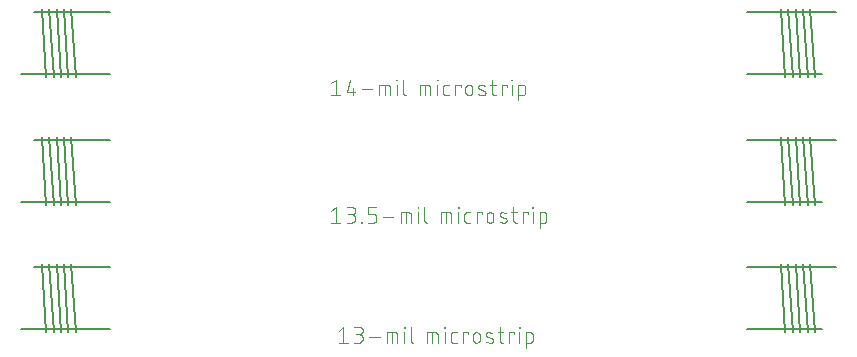
<source format=gbr>
G04 EAGLE Gerber RS-274X export*
G75*
%MOMM*%
%FSLAX34Y34*%
%LPD*%
%INSilkscreen Top*%
%IPPOS*%
%AMOC8*
5,1,8,0,0,1.08239X$1,22.5*%
G01*
%ADD10C,0.101600*%
%ADD11C,0.127000*%


D10*
X171958Y239381D02*
X175627Y242316D01*
X175627Y229108D01*
X171958Y229108D02*
X179296Y229108D01*
X184760Y232043D02*
X187695Y242316D01*
X184760Y232043D02*
X192097Y232043D01*
X189896Y234978D02*
X189896Y229108D01*
X197681Y234244D02*
X206486Y234244D01*
X212616Y237913D02*
X212616Y229108D01*
X212616Y237913D02*
X219220Y237913D01*
X219311Y237911D01*
X219402Y237905D01*
X219492Y237896D01*
X219582Y237883D01*
X219672Y237866D01*
X219760Y237846D01*
X219848Y237821D01*
X219935Y237794D01*
X220020Y237762D01*
X220104Y237728D01*
X220187Y237689D01*
X220268Y237648D01*
X220347Y237603D01*
X220424Y237555D01*
X220499Y237503D01*
X220572Y237449D01*
X220643Y237392D01*
X220711Y237331D01*
X220776Y237268D01*
X220839Y237203D01*
X220900Y237135D01*
X220957Y237064D01*
X221011Y236991D01*
X221063Y236916D01*
X221111Y236839D01*
X221156Y236760D01*
X221197Y236679D01*
X221236Y236596D01*
X221270Y236512D01*
X221302Y236427D01*
X221329Y236340D01*
X221354Y236252D01*
X221374Y236164D01*
X221391Y236074D01*
X221404Y235984D01*
X221413Y235894D01*
X221419Y235803D01*
X221421Y235712D01*
X221421Y229108D01*
X217019Y229108D02*
X217019Y237913D01*
X227260Y237913D02*
X227260Y229108D01*
X226893Y241582D02*
X226893Y242316D01*
X227627Y242316D01*
X227627Y241582D01*
X226893Y241582D01*
X232614Y242316D02*
X232614Y231309D01*
X232616Y231218D01*
X232622Y231127D01*
X232631Y231037D01*
X232644Y230947D01*
X232661Y230857D01*
X232681Y230769D01*
X232706Y230681D01*
X232733Y230594D01*
X232765Y230509D01*
X232799Y230425D01*
X232838Y230342D01*
X232879Y230261D01*
X232924Y230182D01*
X232972Y230105D01*
X233024Y230030D01*
X233078Y229957D01*
X233135Y229886D01*
X233196Y229818D01*
X233259Y229753D01*
X233324Y229690D01*
X233392Y229629D01*
X233463Y229572D01*
X233536Y229518D01*
X233611Y229466D01*
X233688Y229418D01*
X233767Y229373D01*
X233848Y229332D01*
X233931Y229293D01*
X234015Y229259D01*
X234100Y229227D01*
X234187Y229200D01*
X234275Y229175D01*
X234363Y229155D01*
X234453Y229138D01*
X234543Y229125D01*
X234633Y229116D01*
X234724Y229110D01*
X234815Y229108D01*
X246753Y229108D02*
X246753Y237913D01*
X253357Y237913D01*
X253448Y237911D01*
X253539Y237905D01*
X253629Y237896D01*
X253719Y237883D01*
X253809Y237866D01*
X253897Y237846D01*
X253985Y237821D01*
X254072Y237794D01*
X254157Y237762D01*
X254241Y237728D01*
X254324Y237689D01*
X254405Y237648D01*
X254484Y237603D01*
X254561Y237555D01*
X254636Y237503D01*
X254709Y237449D01*
X254780Y237392D01*
X254848Y237331D01*
X254913Y237268D01*
X254976Y237203D01*
X255037Y237135D01*
X255094Y237064D01*
X255148Y236991D01*
X255200Y236916D01*
X255248Y236839D01*
X255293Y236760D01*
X255334Y236679D01*
X255373Y236596D01*
X255407Y236512D01*
X255439Y236427D01*
X255466Y236340D01*
X255491Y236252D01*
X255511Y236164D01*
X255528Y236074D01*
X255541Y235984D01*
X255550Y235894D01*
X255556Y235803D01*
X255558Y235712D01*
X255559Y235712D02*
X255559Y229108D01*
X251156Y229108D02*
X251156Y237913D01*
X261397Y237913D02*
X261397Y229108D01*
X261031Y241582D02*
X261031Y242316D01*
X261764Y242316D01*
X261764Y241582D01*
X261031Y241582D01*
X268785Y229108D02*
X271720Y229108D01*
X268785Y229108D02*
X268694Y229110D01*
X268603Y229116D01*
X268513Y229125D01*
X268423Y229138D01*
X268333Y229155D01*
X268245Y229175D01*
X268157Y229200D01*
X268070Y229227D01*
X267985Y229259D01*
X267901Y229293D01*
X267818Y229332D01*
X267737Y229373D01*
X267658Y229418D01*
X267581Y229466D01*
X267506Y229518D01*
X267433Y229572D01*
X267362Y229629D01*
X267294Y229690D01*
X267229Y229753D01*
X267166Y229818D01*
X267105Y229886D01*
X267048Y229957D01*
X266994Y230030D01*
X266942Y230105D01*
X266894Y230182D01*
X266849Y230261D01*
X266808Y230342D01*
X266769Y230425D01*
X266735Y230509D01*
X266703Y230594D01*
X266676Y230681D01*
X266651Y230769D01*
X266631Y230857D01*
X266614Y230947D01*
X266601Y231037D01*
X266592Y231127D01*
X266586Y231218D01*
X266584Y231309D01*
X266584Y235712D01*
X266586Y235803D01*
X266592Y235894D01*
X266601Y235984D01*
X266614Y236074D01*
X266631Y236164D01*
X266651Y236252D01*
X266676Y236340D01*
X266703Y236427D01*
X266735Y236512D01*
X266769Y236596D01*
X266808Y236679D01*
X266849Y236760D01*
X266894Y236839D01*
X266942Y236916D01*
X266994Y236991D01*
X267048Y237064D01*
X267105Y237135D01*
X267166Y237203D01*
X267229Y237268D01*
X267294Y237331D01*
X267362Y237392D01*
X267433Y237449D01*
X267506Y237503D01*
X267581Y237555D01*
X267658Y237603D01*
X267737Y237648D01*
X267818Y237689D01*
X267901Y237728D01*
X267985Y237762D01*
X268070Y237794D01*
X268157Y237821D01*
X268245Y237846D01*
X268333Y237866D01*
X268423Y237883D01*
X268513Y237896D01*
X268603Y237905D01*
X268694Y237911D01*
X268785Y237913D01*
X271720Y237913D01*
X276882Y237913D02*
X276882Y229108D01*
X276882Y237913D02*
X281284Y237913D01*
X281284Y236446D01*
X285346Y234978D02*
X285346Y232043D01*
X285346Y234978D02*
X285348Y235085D01*
X285354Y235192D01*
X285364Y235299D01*
X285377Y235405D01*
X285395Y235511D01*
X285416Y235616D01*
X285441Y235720D01*
X285470Y235824D01*
X285503Y235926D01*
X285540Y236026D01*
X285580Y236126D01*
X285624Y236224D01*
X285671Y236320D01*
X285722Y236414D01*
X285776Y236507D01*
X285833Y236597D01*
X285894Y236686D01*
X285958Y236772D01*
X286025Y236855D01*
X286095Y236937D01*
X286168Y237015D01*
X286244Y237091D01*
X286322Y237164D01*
X286404Y237234D01*
X286487Y237301D01*
X286573Y237365D01*
X286662Y237426D01*
X286752Y237483D01*
X286845Y237537D01*
X286939Y237588D01*
X287035Y237635D01*
X287133Y237679D01*
X287233Y237719D01*
X287333Y237756D01*
X287435Y237789D01*
X287539Y237818D01*
X287643Y237843D01*
X287748Y237864D01*
X287854Y237882D01*
X287960Y237895D01*
X288067Y237905D01*
X288174Y237911D01*
X288281Y237913D01*
X288388Y237911D01*
X288495Y237905D01*
X288602Y237895D01*
X288708Y237882D01*
X288814Y237864D01*
X288919Y237843D01*
X289023Y237818D01*
X289127Y237789D01*
X289229Y237756D01*
X289329Y237719D01*
X289429Y237679D01*
X289527Y237635D01*
X289623Y237588D01*
X289717Y237537D01*
X289810Y237483D01*
X289900Y237426D01*
X289989Y237365D01*
X290075Y237301D01*
X290158Y237234D01*
X290240Y237164D01*
X290318Y237091D01*
X290394Y237015D01*
X290467Y236937D01*
X290537Y236855D01*
X290604Y236772D01*
X290668Y236686D01*
X290729Y236597D01*
X290786Y236507D01*
X290840Y236414D01*
X290891Y236320D01*
X290938Y236224D01*
X290982Y236126D01*
X291022Y236026D01*
X291059Y235926D01*
X291092Y235824D01*
X291121Y235720D01*
X291146Y235616D01*
X291167Y235511D01*
X291185Y235405D01*
X291198Y235299D01*
X291208Y235192D01*
X291214Y235085D01*
X291216Y234978D01*
X291216Y232043D01*
X291214Y231936D01*
X291208Y231829D01*
X291198Y231722D01*
X291185Y231616D01*
X291167Y231510D01*
X291146Y231405D01*
X291121Y231301D01*
X291092Y231197D01*
X291059Y231095D01*
X291022Y230995D01*
X290982Y230895D01*
X290938Y230797D01*
X290891Y230701D01*
X290840Y230607D01*
X290786Y230514D01*
X290729Y230424D01*
X290668Y230335D01*
X290604Y230249D01*
X290537Y230166D01*
X290467Y230084D01*
X290394Y230006D01*
X290318Y229930D01*
X290240Y229857D01*
X290158Y229787D01*
X290075Y229720D01*
X289989Y229656D01*
X289900Y229595D01*
X289810Y229538D01*
X289717Y229484D01*
X289623Y229433D01*
X289527Y229386D01*
X289429Y229342D01*
X289329Y229302D01*
X289229Y229265D01*
X289127Y229232D01*
X289023Y229203D01*
X288919Y229178D01*
X288814Y229157D01*
X288708Y229139D01*
X288602Y229126D01*
X288495Y229116D01*
X288388Y229110D01*
X288281Y229108D01*
X288174Y229110D01*
X288067Y229116D01*
X287960Y229126D01*
X287854Y229139D01*
X287748Y229157D01*
X287643Y229178D01*
X287539Y229203D01*
X287435Y229232D01*
X287333Y229265D01*
X287233Y229302D01*
X287133Y229342D01*
X287035Y229386D01*
X286939Y229433D01*
X286845Y229484D01*
X286752Y229538D01*
X286662Y229595D01*
X286573Y229656D01*
X286487Y229720D01*
X286404Y229787D01*
X286322Y229857D01*
X286244Y229930D01*
X286168Y230006D01*
X286095Y230084D01*
X286025Y230166D01*
X285958Y230249D01*
X285894Y230335D01*
X285833Y230424D01*
X285776Y230514D01*
X285722Y230607D01*
X285671Y230701D01*
X285624Y230797D01*
X285580Y230895D01*
X285540Y230995D01*
X285503Y231095D01*
X285470Y231197D01*
X285441Y231301D01*
X285416Y231405D01*
X285395Y231510D01*
X285377Y231616D01*
X285364Y231722D01*
X285354Y231829D01*
X285348Y231936D01*
X285346Y232043D01*
X297541Y234244D02*
X301210Y232777D01*
X297541Y234244D02*
X297462Y234278D01*
X297384Y234316D01*
X297307Y234357D01*
X297233Y234401D01*
X297161Y234449D01*
X297091Y234500D01*
X297024Y234554D01*
X296959Y234611D01*
X296896Y234672D01*
X296837Y234734D01*
X296780Y234800D01*
X296727Y234868D01*
X296676Y234938D01*
X296629Y235011D01*
X296585Y235086D01*
X296545Y235162D01*
X296508Y235241D01*
X296475Y235320D01*
X296445Y235402D01*
X296419Y235484D01*
X296397Y235568D01*
X296379Y235653D01*
X296365Y235738D01*
X296354Y235824D01*
X296348Y235910D01*
X296345Y235997D01*
X296346Y236084D01*
X296352Y236170D01*
X296361Y236256D01*
X296374Y236342D01*
X296391Y236427D01*
X296412Y236511D01*
X296436Y236594D01*
X296465Y236675D01*
X296497Y236756D01*
X296532Y236835D01*
X296572Y236912D01*
X296614Y236987D01*
X296661Y237060D01*
X296710Y237132D01*
X296762Y237200D01*
X296818Y237267D01*
X296877Y237330D01*
X296938Y237391D01*
X297002Y237450D01*
X297069Y237505D01*
X297138Y237557D01*
X297210Y237606D01*
X297283Y237651D01*
X297359Y237693D01*
X297436Y237732D01*
X297515Y237767D01*
X297596Y237799D01*
X297678Y237827D01*
X297761Y237851D01*
X297845Y237871D01*
X297930Y237887D01*
X298016Y237900D01*
X298102Y237908D01*
X298189Y237913D01*
X298275Y237914D01*
X298275Y237913D02*
X298475Y237908D01*
X298675Y237898D01*
X298875Y237883D01*
X299075Y237863D01*
X299274Y237839D01*
X299472Y237809D01*
X299669Y237775D01*
X299866Y237737D01*
X300061Y237693D01*
X300256Y237645D01*
X300449Y237592D01*
X300641Y237535D01*
X300832Y237473D01*
X301021Y237406D01*
X301208Y237335D01*
X301393Y237259D01*
X301577Y237179D01*
X301210Y232777D02*
X301289Y232743D01*
X301367Y232705D01*
X301444Y232664D01*
X301518Y232620D01*
X301590Y232572D01*
X301660Y232521D01*
X301727Y232467D01*
X301792Y232410D01*
X301855Y232349D01*
X301914Y232287D01*
X301971Y232221D01*
X302024Y232153D01*
X302075Y232083D01*
X302122Y232010D01*
X302166Y231935D01*
X302206Y231859D01*
X302243Y231780D01*
X302276Y231701D01*
X302306Y231619D01*
X302332Y231537D01*
X302354Y231453D01*
X302372Y231368D01*
X302386Y231283D01*
X302397Y231197D01*
X302403Y231111D01*
X302406Y231024D01*
X302405Y230937D01*
X302399Y230851D01*
X302390Y230765D01*
X302377Y230679D01*
X302360Y230594D01*
X302339Y230510D01*
X302315Y230427D01*
X302286Y230346D01*
X302254Y230265D01*
X302219Y230186D01*
X302179Y230109D01*
X302137Y230034D01*
X302090Y229961D01*
X302041Y229889D01*
X301989Y229821D01*
X301933Y229754D01*
X301874Y229691D01*
X301813Y229630D01*
X301749Y229571D01*
X301682Y229516D01*
X301613Y229464D01*
X301541Y229415D01*
X301468Y229370D01*
X301392Y229328D01*
X301315Y229289D01*
X301236Y229254D01*
X301155Y229222D01*
X301073Y229194D01*
X300990Y229170D01*
X300906Y229150D01*
X300821Y229134D01*
X300735Y229121D01*
X300649Y229113D01*
X300562Y229108D01*
X300476Y229107D01*
X300476Y229108D02*
X300182Y229116D01*
X299888Y229131D01*
X299594Y229152D01*
X299301Y229181D01*
X299009Y229216D01*
X298718Y229259D01*
X298428Y229308D01*
X298139Y229364D01*
X297851Y229427D01*
X297565Y229496D01*
X297281Y229573D01*
X296999Y229656D01*
X296719Y229746D01*
X296440Y229842D01*
X306464Y237913D02*
X310867Y237913D01*
X307931Y242316D02*
X307931Y231309D01*
X307932Y231309D02*
X307934Y231218D01*
X307940Y231127D01*
X307949Y231037D01*
X307962Y230947D01*
X307979Y230857D01*
X307999Y230769D01*
X308024Y230681D01*
X308051Y230594D01*
X308083Y230509D01*
X308117Y230425D01*
X308156Y230342D01*
X308197Y230261D01*
X308242Y230182D01*
X308290Y230105D01*
X308342Y230030D01*
X308396Y229957D01*
X308453Y229886D01*
X308514Y229818D01*
X308577Y229753D01*
X308642Y229690D01*
X308711Y229629D01*
X308781Y229572D01*
X308854Y229518D01*
X308929Y229466D01*
X309006Y229418D01*
X309085Y229373D01*
X309166Y229332D01*
X309249Y229293D01*
X309333Y229259D01*
X309418Y229227D01*
X309505Y229199D01*
X309593Y229175D01*
X309681Y229155D01*
X309771Y229138D01*
X309861Y229125D01*
X309951Y229116D01*
X310042Y229110D01*
X310133Y229108D01*
X310867Y229108D01*
X316140Y229108D02*
X316140Y237913D01*
X320542Y237913D01*
X320542Y236446D01*
X324552Y237913D02*
X324552Y229108D01*
X324185Y241582D02*
X324185Y242316D01*
X324919Y242316D01*
X324919Y241582D01*
X324185Y241582D01*
X330213Y237913D02*
X330213Y224705D01*
X330213Y237913D02*
X333882Y237913D01*
X333975Y237911D01*
X334069Y237905D01*
X334162Y237895D01*
X334254Y237881D01*
X334346Y237864D01*
X334437Y237842D01*
X334526Y237817D01*
X334615Y237787D01*
X334703Y237754D01*
X334789Y237718D01*
X334873Y237677D01*
X334955Y237634D01*
X335036Y237586D01*
X335114Y237536D01*
X335191Y237482D01*
X335265Y237424D01*
X335336Y237364D01*
X335405Y237301D01*
X335471Y237235D01*
X335534Y237166D01*
X335594Y237095D01*
X335652Y237021D01*
X335706Y236945D01*
X335756Y236866D01*
X335803Y236785D01*
X335847Y236703D01*
X335888Y236619D01*
X335924Y236533D01*
X335957Y236445D01*
X335987Y236357D01*
X336012Y236267D01*
X336034Y236176D01*
X336051Y236084D01*
X336065Y235992D01*
X336075Y235899D01*
X336081Y235805D01*
X336083Y235712D01*
X336084Y235712D02*
X336084Y231309D01*
X336083Y231309D02*
X336081Y231218D01*
X336075Y231127D01*
X336066Y231037D01*
X336053Y230947D01*
X336036Y230857D01*
X336016Y230769D01*
X335991Y230681D01*
X335964Y230594D01*
X335932Y230509D01*
X335898Y230425D01*
X335859Y230342D01*
X335818Y230261D01*
X335773Y230182D01*
X335725Y230105D01*
X335673Y230030D01*
X335619Y229957D01*
X335562Y229886D01*
X335501Y229818D01*
X335438Y229753D01*
X335373Y229690D01*
X335305Y229629D01*
X335234Y229572D01*
X335161Y229518D01*
X335086Y229466D01*
X335009Y229418D01*
X334930Y229373D01*
X334849Y229332D01*
X334766Y229293D01*
X334682Y229259D01*
X334597Y229227D01*
X334510Y229200D01*
X334422Y229175D01*
X334334Y229155D01*
X334244Y229138D01*
X334154Y229125D01*
X334064Y229116D01*
X333973Y229110D01*
X333882Y229108D01*
X330213Y229108D01*
X175627Y134366D02*
X171958Y131431D01*
X175627Y134366D02*
X175627Y121158D01*
X171958Y121158D02*
X179296Y121158D01*
X184760Y121158D02*
X188428Y121158D01*
X188548Y121160D01*
X188668Y121166D01*
X188788Y121176D01*
X188907Y121189D01*
X189026Y121207D01*
X189144Y121228D01*
X189261Y121254D01*
X189378Y121283D01*
X189493Y121316D01*
X189607Y121353D01*
X189720Y121393D01*
X189832Y121437D01*
X189942Y121485D01*
X190051Y121536D01*
X190158Y121591D01*
X190263Y121650D01*
X190365Y121711D01*
X190466Y121776D01*
X190565Y121845D01*
X190662Y121916D01*
X190756Y121991D01*
X190847Y122068D01*
X190936Y122149D01*
X191022Y122233D01*
X191106Y122319D01*
X191187Y122408D01*
X191264Y122499D01*
X191339Y122593D01*
X191410Y122690D01*
X191479Y122789D01*
X191544Y122890D01*
X191605Y122993D01*
X191664Y123097D01*
X191719Y123204D01*
X191770Y123313D01*
X191818Y123423D01*
X191862Y123535D01*
X191902Y123648D01*
X191939Y123762D01*
X191972Y123877D01*
X192001Y123994D01*
X192027Y124111D01*
X192048Y124229D01*
X192066Y124348D01*
X192079Y124467D01*
X192089Y124587D01*
X192095Y124707D01*
X192097Y124827D01*
X192095Y124947D01*
X192089Y125067D01*
X192079Y125187D01*
X192066Y125306D01*
X192048Y125425D01*
X192027Y125543D01*
X192001Y125660D01*
X191972Y125777D01*
X191939Y125892D01*
X191902Y126006D01*
X191862Y126119D01*
X191818Y126231D01*
X191770Y126341D01*
X191719Y126450D01*
X191664Y126557D01*
X191605Y126662D01*
X191544Y126764D01*
X191479Y126865D01*
X191410Y126964D01*
X191339Y127061D01*
X191264Y127155D01*
X191187Y127246D01*
X191106Y127335D01*
X191022Y127421D01*
X190936Y127505D01*
X190847Y127586D01*
X190756Y127663D01*
X190662Y127738D01*
X190565Y127809D01*
X190466Y127878D01*
X190365Y127943D01*
X190262Y128004D01*
X190158Y128063D01*
X190051Y128118D01*
X189942Y128169D01*
X189832Y128217D01*
X189720Y128261D01*
X189607Y128301D01*
X189493Y128338D01*
X189378Y128371D01*
X189261Y128400D01*
X189144Y128426D01*
X189026Y128447D01*
X188907Y128465D01*
X188788Y128478D01*
X188668Y128488D01*
X188548Y128494D01*
X188428Y128496D01*
X189162Y134366D02*
X184760Y134366D01*
X189162Y134366D02*
X189269Y134364D01*
X189376Y134358D01*
X189483Y134348D01*
X189589Y134335D01*
X189695Y134317D01*
X189800Y134296D01*
X189904Y134271D01*
X190008Y134242D01*
X190110Y134209D01*
X190210Y134172D01*
X190310Y134132D01*
X190408Y134088D01*
X190504Y134041D01*
X190598Y133990D01*
X190691Y133936D01*
X190781Y133879D01*
X190870Y133818D01*
X190956Y133754D01*
X191039Y133687D01*
X191121Y133617D01*
X191199Y133544D01*
X191275Y133468D01*
X191348Y133390D01*
X191418Y133308D01*
X191485Y133225D01*
X191549Y133139D01*
X191610Y133050D01*
X191667Y132960D01*
X191721Y132867D01*
X191772Y132773D01*
X191819Y132677D01*
X191863Y132579D01*
X191903Y132479D01*
X191940Y132379D01*
X191973Y132277D01*
X192002Y132173D01*
X192027Y132069D01*
X192048Y131964D01*
X192066Y131858D01*
X192079Y131752D01*
X192089Y131645D01*
X192095Y131538D01*
X192097Y131431D01*
X192095Y131324D01*
X192089Y131217D01*
X192079Y131110D01*
X192066Y131004D01*
X192048Y130898D01*
X192027Y130793D01*
X192002Y130689D01*
X191973Y130585D01*
X191940Y130483D01*
X191903Y130383D01*
X191863Y130283D01*
X191819Y130185D01*
X191772Y130089D01*
X191721Y129995D01*
X191667Y129902D01*
X191610Y129812D01*
X191549Y129723D01*
X191485Y129637D01*
X191418Y129554D01*
X191348Y129472D01*
X191275Y129394D01*
X191199Y129318D01*
X191121Y129245D01*
X191039Y129175D01*
X190956Y129108D01*
X190870Y129044D01*
X190781Y128983D01*
X190691Y128926D01*
X190598Y128872D01*
X190504Y128821D01*
X190408Y128774D01*
X190310Y128730D01*
X190210Y128690D01*
X190110Y128653D01*
X190008Y128620D01*
X189904Y128591D01*
X189800Y128566D01*
X189695Y128545D01*
X189589Y128527D01*
X189483Y128514D01*
X189376Y128504D01*
X189269Y128498D01*
X189162Y128496D01*
X186227Y128496D01*
X197023Y121892D02*
X197023Y121158D01*
X197023Y121892D02*
X197756Y121892D01*
X197756Y121158D01*
X197023Y121158D01*
X202682Y121158D02*
X207084Y121158D01*
X207191Y121160D01*
X207298Y121166D01*
X207405Y121176D01*
X207511Y121189D01*
X207617Y121207D01*
X207722Y121228D01*
X207826Y121253D01*
X207930Y121282D01*
X208032Y121315D01*
X208132Y121352D01*
X208232Y121392D01*
X208330Y121436D01*
X208426Y121483D01*
X208520Y121534D01*
X208613Y121588D01*
X208703Y121645D01*
X208792Y121706D01*
X208878Y121770D01*
X208961Y121837D01*
X209043Y121907D01*
X209121Y121980D01*
X209197Y122056D01*
X209270Y122134D01*
X209340Y122216D01*
X209407Y122299D01*
X209471Y122385D01*
X209532Y122474D01*
X209589Y122564D01*
X209643Y122657D01*
X209694Y122751D01*
X209742Y122847D01*
X209785Y122945D01*
X209825Y123045D01*
X209862Y123145D01*
X209895Y123247D01*
X209924Y123351D01*
X209949Y123455D01*
X209970Y123560D01*
X209988Y123666D01*
X210001Y123772D01*
X210011Y123879D01*
X210017Y123986D01*
X210019Y124093D01*
X210020Y124093D02*
X210020Y125561D01*
X210019Y125561D02*
X210017Y125668D01*
X210011Y125775D01*
X210001Y125882D01*
X209988Y125988D01*
X209970Y126094D01*
X209949Y126199D01*
X209924Y126303D01*
X209895Y126407D01*
X209862Y126509D01*
X209825Y126609D01*
X209785Y126709D01*
X209741Y126807D01*
X209694Y126903D01*
X209643Y126997D01*
X209589Y127090D01*
X209532Y127180D01*
X209471Y127269D01*
X209407Y127355D01*
X209340Y127438D01*
X209270Y127520D01*
X209197Y127598D01*
X209121Y127674D01*
X209043Y127747D01*
X208961Y127817D01*
X208878Y127884D01*
X208792Y127948D01*
X208703Y128009D01*
X208613Y128066D01*
X208520Y128120D01*
X208426Y128171D01*
X208330Y128218D01*
X208232Y128262D01*
X208132Y128302D01*
X208032Y128339D01*
X207930Y128372D01*
X207826Y128401D01*
X207722Y128426D01*
X207617Y128447D01*
X207511Y128465D01*
X207405Y128478D01*
X207298Y128488D01*
X207191Y128494D01*
X207084Y128496D01*
X202682Y128496D01*
X202682Y134366D01*
X210020Y134366D01*
X215603Y126294D02*
X224408Y126294D01*
X230538Y129963D02*
X230538Y121158D01*
X230538Y129963D02*
X237142Y129963D01*
X237233Y129961D01*
X237324Y129955D01*
X237414Y129946D01*
X237504Y129933D01*
X237594Y129916D01*
X237682Y129896D01*
X237770Y129871D01*
X237857Y129844D01*
X237942Y129812D01*
X238026Y129778D01*
X238109Y129739D01*
X238190Y129698D01*
X238269Y129653D01*
X238346Y129605D01*
X238421Y129553D01*
X238494Y129499D01*
X238565Y129442D01*
X238633Y129381D01*
X238698Y129318D01*
X238761Y129253D01*
X238822Y129185D01*
X238879Y129114D01*
X238933Y129041D01*
X238985Y128966D01*
X239033Y128889D01*
X239078Y128810D01*
X239119Y128729D01*
X239158Y128646D01*
X239192Y128562D01*
X239224Y128477D01*
X239251Y128390D01*
X239276Y128302D01*
X239296Y128214D01*
X239313Y128124D01*
X239326Y128034D01*
X239335Y127944D01*
X239341Y127853D01*
X239343Y127762D01*
X239343Y121158D01*
X234941Y121158D02*
X234941Y129963D01*
X245182Y129963D02*
X245182Y121158D01*
X244815Y133632D02*
X244815Y134366D01*
X245549Y134366D01*
X245549Y133632D01*
X244815Y133632D01*
X250536Y134366D02*
X250536Y123359D01*
X250538Y123268D01*
X250544Y123177D01*
X250553Y123087D01*
X250566Y122997D01*
X250583Y122907D01*
X250603Y122819D01*
X250628Y122731D01*
X250655Y122644D01*
X250687Y122559D01*
X250721Y122475D01*
X250760Y122392D01*
X250801Y122311D01*
X250846Y122232D01*
X250894Y122155D01*
X250946Y122080D01*
X251000Y122007D01*
X251057Y121936D01*
X251118Y121868D01*
X251181Y121803D01*
X251246Y121740D01*
X251314Y121679D01*
X251385Y121622D01*
X251458Y121568D01*
X251533Y121516D01*
X251610Y121468D01*
X251689Y121423D01*
X251770Y121382D01*
X251853Y121343D01*
X251937Y121309D01*
X252022Y121277D01*
X252109Y121250D01*
X252197Y121225D01*
X252285Y121205D01*
X252375Y121188D01*
X252465Y121175D01*
X252555Y121166D01*
X252646Y121160D01*
X252737Y121158D01*
X264676Y121158D02*
X264676Y129963D01*
X271280Y129963D01*
X271371Y129961D01*
X271462Y129955D01*
X271552Y129946D01*
X271642Y129933D01*
X271732Y129916D01*
X271820Y129896D01*
X271908Y129871D01*
X271995Y129844D01*
X272080Y129812D01*
X272164Y129778D01*
X272247Y129739D01*
X272328Y129698D01*
X272407Y129653D01*
X272484Y129605D01*
X272559Y129553D01*
X272632Y129499D01*
X272703Y129442D01*
X272771Y129381D01*
X272836Y129318D01*
X272899Y129253D01*
X272960Y129185D01*
X273017Y129114D01*
X273071Y129041D01*
X273123Y128966D01*
X273171Y128889D01*
X273216Y128810D01*
X273257Y128729D01*
X273296Y128646D01*
X273330Y128562D01*
X273362Y128477D01*
X273389Y128390D01*
X273414Y128302D01*
X273434Y128214D01*
X273451Y128124D01*
X273464Y128034D01*
X273473Y127944D01*
X273479Y127853D01*
X273481Y127762D01*
X273481Y121158D01*
X269078Y121158D02*
X269078Y129963D01*
X279320Y129963D02*
X279320Y121158D01*
X278953Y133632D02*
X278953Y134366D01*
X279686Y134366D01*
X279686Y133632D01*
X278953Y133632D01*
X286708Y121158D02*
X289643Y121158D01*
X286708Y121158D02*
X286617Y121160D01*
X286526Y121166D01*
X286436Y121175D01*
X286346Y121188D01*
X286256Y121205D01*
X286168Y121225D01*
X286080Y121250D01*
X285993Y121277D01*
X285908Y121309D01*
X285824Y121343D01*
X285741Y121382D01*
X285660Y121423D01*
X285581Y121468D01*
X285504Y121516D01*
X285429Y121568D01*
X285356Y121622D01*
X285285Y121679D01*
X285217Y121740D01*
X285152Y121803D01*
X285089Y121868D01*
X285028Y121936D01*
X284971Y122007D01*
X284917Y122080D01*
X284865Y122155D01*
X284817Y122232D01*
X284772Y122311D01*
X284731Y122392D01*
X284692Y122475D01*
X284658Y122559D01*
X284626Y122644D01*
X284599Y122731D01*
X284574Y122819D01*
X284554Y122907D01*
X284537Y122997D01*
X284524Y123087D01*
X284515Y123177D01*
X284509Y123268D01*
X284507Y123359D01*
X284506Y123359D02*
X284506Y127762D01*
X284507Y127762D02*
X284509Y127853D01*
X284515Y127944D01*
X284524Y128034D01*
X284537Y128124D01*
X284554Y128214D01*
X284574Y128302D01*
X284599Y128390D01*
X284626Y128477D01*
X284658Y128562D01*
X284692Y128646D01*
X284731Y128729D01*
X284772Y128810D01*
X284817Y128889D01*
X284865Y128966D01*
X284917Y129041D01*
X284971Y129114D01*
X285028Y129185D01*
X285089Y129253D01*
X285152Y129318D01*
X285217Y129381D01*
X285285Y129442D01*
X285356Y129499D01*
X285429Y129553D01*
X285504Y129605D01*
X285581Y129653D01*
X285660Y129698D01*
X285741Y129739D01*
X285824Y129778D01*
X285908Y129812D01*
X285993Y129844D01*
X286080Y129871D01*
X286168Y129896D01*
X286256Y129916D01*
X286346Y129933D01*
X286436Y129946D01*
X286526Y129955D01*
X286617Y129961D01*
X286708Y129963D01*
X289643Y129963D01*
X294804Y129963D02*
X294804Y121158D01*
X294804Y129963D02*
X299206Y129963D01*
X299206Y128496D01*
X303268Y127028D02*
X303268Y124093D01*
X303268Y127028D02*
X303270Y127135D01*
X303276Y127242D01*
X303286Y127349D01*
X303299Y127455D01*
X303317Y127561D01*
X303338Y127666D01*
X303363Y127770D01*
X303392Y127874D01*
X303425Y127976D01*
X303462Y128076D01*
X303502Y128176D01*
X303546Y128274D01*
X303593Y128370D01*
X303644Y128464D01*
X303698Y128557D01*
X303755Y128647D01*
X303816Y128736D01*
X303880Y128822D01*
X303947Y128905D01*
X304017Y128987D01*
X304090Y129065D01*
X304166Y129141D01*
X304244Y129214D01*
X304326Y129284D01*
X304409Y129351D01*
X304495Y129415D01*
X304584Y129476D01*
X304674Y129533D01*
X304767Y129587D01*
X304861Y129638D01*
X304957Y129685D01*
X305055Y129729D01*
X305155Y129769D01*
X305255Y129806D01*
X305357Y129839D01*
X305461Y129868D01*
X305565Y129893D01*
X305670Y129914D01*
X305776Y129932D01*
X305882Y129945D01*
X305989Y129955D01*
X306096Y129961D01*
X306203Y129963D01*
X306310Y129961D01*
X306417Y129955D01*
X306524Y129945D01*
X306630Y129932D01*
X306736Y129914D01*
X306841Y129893D01*
X306945Y129868D01*
X307049Y129839D01*
X307151Y129806D01*
X307251Y129769D01*
X307351Y129729D01*
X307449Y129685D01*
X307545Y129638D01*
X307639Y129587D01*
X307732Y129533D01*
X307822Y129476D01*
X307911Y129415D01*
X307997Y129351D01*
X308080Y129284D01*
X308162Y129214D01*
X308240Y129141D01*
X308316Y129065D01*
X308389Y128987D01*
X308459Y128905D01*
X308526Y128822D01*
X308590Y128736D01*
X308651Y128647D01*
X308708Y128557D01*
X308762Y128464D01*
X308813Y128370D01*
X308860Y128274D01*
X308904Y128176D01*
X308944Y128076D01*
X308981Y127976D01*
X309014Y127874D01*
X309043Y127770D01*
X309068Y127666D01*
X309089Y127561D01*
X309107Y127455D01*
X309120Y127349D01*
X309130Y127242D01*
X309136Y127135D01*
X309138Y127028D01*
X309138Y124093D01*
X309136Y123986D01*
X309130Y123879D01*
X309120Y123772D01*
X309107Y123666D01*
X309089Y123560D01*
X309068Y123455D01*
X309043Y123351D01*
X309014Y123247D01*
X308981Y123145D01*
X308944Y123045D01*
X308904Y122945D01*
X308860Y122847D01*
X308813Y122751D01*
X308762Y122657D01*
X308708Y122564D01*
X308651Y122474D01*
X308590Y122385D01*
X308526Y122299D01*
X308459Y122216D01*
X308389Y122134D01*
X308316Y122056D01*
X308240Y121980D01*
X308162Y121907D01*
X308080Y121837D01*
X307997Y121770D01*
X307911Y121706D01*
X307822Y121645D01*
X307732Y121588D01*
X307639Y121534D01*
X307545Y121483D01*
X307449Y121436D01*
X307351Y121392D01*
X307251Y121352D01*
X307151Y121315D01*
X307049Y121282D01*
X306945Y121253D01*
X306841Y121228D01*
X306736Y121207D01*
X306630Y121189D01*
X306524Y121176D01*
X306417Y121166D01*
X306310Y121160D01*
X306203Y121158D01*
X306096Y121160D01*
X305989Y121166D01*
X305882Y121176D01*
X305776Y121189D01*
X305670Y121207D01*
X305565Y121228D01*
X305461Y121253D01*
X305357Y121282D01*
X305255Y121315D01*
X305155Y121352D01*
X305055Y121392D01*
X304957Y121436D01*
X304861Y121483D01*
X304767Y121534D01*
X304674Y121588D01*
X304584Y121645D01*
X304495Y121706D01*
X304409Y121770D01*
X304326Y121837D01*
X304244Y121907D01*
X304166Y121980D01*
X304090Y122056D01*
X304017Y122134D01*
X303947Y122216D01*
X303880Y122299D01*
X303816Y122385D01*
X303755Y122474D01*
X303698Y122564D01*
X303644Y122657D01*
X303593Y122751D01*
X303546Y122847D01*
X303502Y122945D01*
X303462Y123045D01*
X303425Y123145D01*
X303392Y123247D01*
X303363Y123351D01*
X303338Y123455D01*
X303317Y123560D01*
X303299Y123666D01*
X303286Y123772D01*
X303276Y123879D01*
X303270Y123986D01*
X303268Y124093D01*
X315463Y126294D02*
X319132Y124827D01*
X315463Y126294D02*
X315384Y126328D01*
X315306Y126366D01*
X315229Y126407D01*
X315155Y126451D01*
X315083Y126499D01*
X315013Y126550D01*
X314946Y126604D01*
X314881Y126661D01*
X314818Y126722D01*
X314759Y126784D01*
X314702Y126850D01*
X314649Y126918D01*
X314598Y126988D01*
X314551Y127061D01*
X314507Y127136D01*
X314467Y127212D01*
X314430Y127291D01*
X314397Y127370D01*
X314367Y127452D01*
X314341Y127534D01*
X314319Y127618D01*
X314301Y127703D01*
X314287Y127788D01*
X314276Y127874D01*
X314270Y127960D01*
X314267Y128047D01*
X314268Y128134D01*
X314274Y128220D01*
X314283Y128306D01*
X314296Y128392D01*
X314313Y128477D01*
X314334Y128561D01*
X314358Y128644D01*
X314387Y128725D01*
X314419Y128806D01*
X314454Y128885D01*
X314494Y128962D01*
X314536Y129037D01*
X314583Y129110D01*
X314632Y129182D01*
X314684Y129250D01*
X314740Y129317D01*
X314799Y129380D01*
X314860Y129441D01*
X314924Y129500D01*
X314991Y129555D01*
X315060Y129607D01*
X315132Y129656D01*
X315205Y129701D01*
X315281Y129743D01*
X315358Y129782D01*
X315437Y129817D01*
X315518Y129849D01*
X315600Y129877D01*
X315683Y129901D01*
X315767Y129921D01*
X315852Y129937D01*
X315938Y129950D01*
X316024Y129958D01*
X316111Y129963D01*
X316197Y129964D01*
X316197Y129963D02*
X316397Y129958D01*
X316597Y129948D01*
X316797Y129933D01*
X316997Y129913D01*
X317196Y129889D01*
X317394Y129859D01*
X317591Y129825D01*
X317788Y129787D01*
X317983Y129743D01*
X318178Y129695D01*
X318371Y129642D01*
X318563Y129585D01*
X318754Y129523D01*
X318943Y129456D01*
X319130Y129385D01*
X319315Y129309D01*
X319499Y129229D01*
X319132Y124827D02*
X319211Y124793D01*
X319289Y124755D01*
X319366Y124714D01*
X319440Y124670D01*
X319512Y124622D01*
X319582Y124571D01*
X319649Y124517D01*
X319714Y124460D01*
X319777Y124399D01*
X319836Y124337D01*
X319893Y124271D01*
X319946Y124203D01*
X319997Y124133D01*
X320044Y124060D01*
X320088Y123985D01*
X320128Y123909D01*
X320165Y123830D01*
X320198Y123751D01*
X320228Y123669D01*
X320254Y123587D01*
X320276Y123503D01*
X320294Y123418D01*
X320308Y123333D01*
X320319Y123247D01*
X320325Y123161D01*
X320328Y123074D01*
X320327Y122987D01*
X320321Y122901D01*
X320312Y122815D01*
X320299Y122729D01*
X320282Y122644D01*
X320261Y122560D01*
X320237Y122477D01*
X320208Y122396D01*
X320176Y122315D01*
X320141Y122236D01*
X320101Y122159D01*
X320059Y122084D01*
X320012Y122011D01*
X319963Y121939D01*
X319911Y121871D01*
X319855Y121804D01*
X319796Y121741D01*
X319735Y121680D01*
X319671Y121621D01*
X319604Y121566D01*
X319535Y121514D01*
X319463Y121465D01*
X319390Y121420D01*
X319314Y121378D01*
X319237Y121339D01*
X319158Y121304D01*
X319077Y121272D01*
X318995Y121244D01*
X318912Y121220D01*
X318828Y121200D01*
X318743Y121184D01*
X318657Y121171D01*
X318571Y121163D01*
X318484Y121158D01*
X318398Y121157D01*
X318398Y121158D02*
X318104Y121166D01*
X317810Y121181D01*
X317516Y121202D01*
X317223Y121231D01*
X316931Y121266D01*
X316640Y121309D01*
X316350Y121358D01*
X316061Y121414D01*
X315773Y121477D01*
X315487Y121546D01*
X315203Y121623D01*
X314921Y121706D01*
X314641Y121796D01*
X314362Y121892D01*
X324386Y129963D02*
X328789Y129963D01*
X325854Y134366D02*
X325854Y123359D01*
X325856Y123268D01*
X325862Y123177D01*
X325871Y123087D01*
X325884Y122997D01*
X325901Y122907D01*
X325921Y122819D01*
X325946Y122731D01*
X325973Y122644D01*
X326005Y122559D01*
X326039Y122475D01*
X326078Y122392D01*
X326119Y122311D01*
X326164Y122232D01*
X326212Y122155D01*
X326264Y122080D01*
X326318Y122007D01*
X326375Y121936D01*
X326436Y121868D01*
X326499Y121803D01*
X326564Y121740D01*
X326633Y121679D01*
X326703Y121622D01*
X326776Y121568D01*
X326851Y121516D01*
X326928Y121468D01*
X327007Y121423D01*
X327088Y121382D01*
X327171Y121343D01*
X327255Y121309D01*
X327340Y121277D01*
X327427Y121249D01*
X327515Y121225D01*
X327603Y121205D01*
X327693Y121188D01*
X327783Y121175D01*
X327873Y121166D01*
X327964Y121160D01*
X328055Y121158D01*
X328789Y121158D01*
X334062Y121158D02*
X334062Y129963D01*
X338465Y129963D01*
X338465Y128496D01*
X342474Y129963D02*
X342474Y121158D01*
X342107Y133632D02*
X342107Y134366D01*
X342841Y134366D01*
X342841Y133632D01*
X342107Y133632D01*
X348136Y129963D02*
X348136Y116755D01*
X348136Y129963D02*
X351805Y129963D01*
X351898Y129961D01*
X351992Y129955D01*
X352085Y129945D01*
X352177Y129931D01*
X352269Y129914D01*
X352360Y129892D01*
X352449Y129867D01*
X352538Y129837D01*
X352626Y129804D01*
X352712Y129768D01*
X352796Y129727D01*
X352878Y129684D01*
X352959Y129636D01*
X353037Y129586D01*
X353114Y129532D01*
X353188Y129474D01*
X353259Y129414D01*
X353328Y129351D01*
X353394Y129285D01*
X353457Y129216D01*
X353517Y129145D01*
X353575Y129071D01*
X353629Y128995D01*
X353679Y128916D01*
X353726Y128835D01*
X353770Y128753D01*
X353811Y128669D01*
X353847Y128583D01*
X353880Y128495D01*
X353910Y128407D01*
X353935Y128317D01*
X353957Y128226D01*
X353974Y128134D01*
X353988Y128042D01*
X353998Y127949D01*
X354004Y127855D01*
X354006Y127762D01*
X354006Y123359D01*
X354004Y123268D01*
X353998Y123177D01*
X353989Y123087D01*
X353976Y122997D01*
X353959Y122907D01*
X353939Y122819D01*
X353914Y122731D01*
X353887Y122644D01*
X353855Y122559D01*
X353821Y122475D01*
X353782Y122392D01*
X353741Y122311D01*
X353696Y122232D01*
X353648Y122155D01*
X353596Y122080D01*
X353542Y122007D01*
X353485Y121936D01*
X353424Y121868D01*
X353361Y121803D01*
X353296Y121740D01*
X353228Y121679D01*
X353157Y121622D01*
X353084Y121568D01*
X353009Y121516D01*
X352932Y121468D01*
X352853Y121423D01*
X352772Y121382D01*
X352689Y121343D01*
X352605Y121309D01*
X352520Y121277D01*
X352433Y121250D01*
X352345Y121225D01*
X352257Y121205D01*
X352167Y121188D01*
X352077Y121175D01*
X351987Y121166D01*
X351896Y121160D01*
X351805Y121158D01*
X348136Y121158D01*
X181977Y32766D02*
X178308Y29831D01*
X181977Y32766D02*
X181977Y19558D01*
X178308Y19558D02*
X185646Y19558D01*
X191110Y19558D02*
X194778Y19558D01*
X194898Y19560D01*
X195018Y19566D01*
X195138Y19576D01*
X195257Y19589D01*
X195376Y19607D01*
X195494Y19628D01*
X195611Y19654D01*
X195728Y19683D01*
X195843Y19716D01*
X195957Y19753D01*
X196070Y19793D01*
X196182Y19837D01*
X196292Y19885D01*
X196401Y19936D01*
X196508Y19991D01*
X196613Y20050D01*
X196715Y20111D01*
X196816Y20176D01*
X196915Y20245D01*
X197012Y20316D01*
X197106Y20391D01*
X197197Y20468D01*
X197286Y20549D01*
X197372Y20633D01*
X197456Y20719D01*
X197537Y20808D01*
X197614Y20899D01*
X197689Y20993D01*
X197760Y21090D01*
X197829Y21189D01*
X197894Y21290D01*
X197955Y21393D01*
X198014Y21497D01*
X198069Y21604D01*
X198120Y21713D01*
X198168Y21823D01*
X198212Y21935D01*
X198252Y22048D01*
X198289Y22162D01*
X198322Y22277D01*
X198351Y22394D01*
X198377Y22511D01*
X198398Y22629D01*
X198416Y22748D01*
X198429Y22867D01*
X198439Y22987D01*
X198445Y23107D01*
X198447Y23227D01*
X198445Y23347D01*
X198439Y23467D01*
X198429Y23587D01*
X198416Y23706D01*
X198398Y23825D01*
X198377Y23943D01*
X198351Y24060D01*
X198322Y24177D01*
X198289Y24292D01*
X198252Y24406D01*
X198212Y24519D01*
X198168Y24631D01*
X198120Y24741D01*
X198069Y24850D01*
X198014Y24957D01*
X197955Y25062D01*
X197894Y25164D01*
X197829Y25265D01*
X197760Y25364D01*
X197689Y25461D01*
X197614Y25555D01*
X197537Y25646D01*
X197456Y25735D01*
X197372Y25821D01*
X197286Y25905D01*
X197197Y25986D01*
X197106Y26063D01*
X197012Y26138D01*
X196915Y26209D01*
X196816Y26278D01*
X196715Y26343D01*
X196612Y26404D01*
X196508Y26463D01*
X196401Y26518D01*
X196292Y26569D01*
X196182Y26617D01*
X196070Y26661D01*
X195957Y26701D01*
X195843Y26738D01*
X195728Y26771D01*
X195611Y26800D01*
X195494Y26826D01*
X195376Y26847D01*
X195257Y26865D01*
X195138Y26878D01*
X195018Y26888D01*
X194898Y26894D01*
X194778Y26896D01*
X195512Y32766D02*
X191110Y32766D01*
X195512Y32766D02*
X195619Y32764D01*
X195726Y32758D01*
X195833Y32748D01*
X195939Y32735D01*
X196045Y32717D01*
X196150Y32696D01*
X196254Y32671D01*
X196358Y32642D01*
X196460Y32609D01*
X196560Y32572D01*
X196660Y32532D01*
X196758Y32488D01*
X196854Y32441D01*
X196948Y32390D01*
X197041Y32336D01*
X197131Y32279D01*
X197220Y32218D01*
X197306Y32154D01*
X197389Y32087D01*
X197471Y32017D01*
X197549Y31944D01*
X197625Y31868D01*
X197698Y31790D01*
X197768Y31708D01*
X197835Y31625D01*
X197899Y31539D01*
X197960Y31450D01*
X198017Y31360D01*
X198071Y31267D01*
X198122Y31173D01*
X198169Y31077D01*
X198213Y30979D01*
X198253Y30879D01*
X198290Y30779D01*
X198323Y30677D01*
X198352Y30573D01*
X198377Y30469D01*
X198398Y30364D01*
X198416Y30258D01*
X198429Y30152D01*
X198439Y30045D01*
X198445Y29938D01*
X198447Y29831D01*
X198445Y29724D01*
X198439Y29617D01*
X198429Y29510D01*
X198416Y29404D01*
X198398Y29298D01*
X198377Y29193D01*
X198352Y29089D01*
X198323Y28985D01*
X198290Y28883D01*
X198253Y28783D01*
X198213Y28683D01*
X198169Y28585D01*
X198122Y28489D01*
X198071Y28395D01*
X198017Y28302D01*
X197960Y28212D01*
X197899Y28123D01*
X197835Y28037D01*
X197768Y27954D01*
X197698Y27872D01*
X197625Y27794D01*
X197549Y27718D01*
X197471Y27645D01*
X197389Y27575D01*
X197306Y27508D01*
X197220Y27444D01*
X197131Y27383D01*
X197041Y27326D01*
X196948Y27272D01*
X196854Y27221D01*
X196758Y27174D01*
X196660Y27130D01*
X196560Y27090D01*
X196460Y27053D01*
X196358Y27020D01*
X196254Y26991D01*
X196150Y26966D01*
X196045Y26945D01*
X195939Y26927D01*
X195833Y26914D01*
X195726Y26904D01*
X195619Y26898D01*
X195512Y26896D01*
X192577Y26896D01*
X204031Y24694D02*
X212836Y24694D01*
X218966Y28363D02*
X218966Y19558D01*
X218966Y28363D02*
X225570Y28363D01*
X225661Y28361D01*
X225752Y28355D01*
X225842Y28346D01*
X225932Y28333D01*
X226022Y28316D01*
X226110Y28296D01*
X226198Y28271D01*
X226285Y28244D01*
X226370Y28212D01*
X226454Y28178D01*
X226537Y28139D01*
X226618Y28098D01*
X226697Y28053D01*
X226774Y28005D01*
X226849Y27953D01*
X226922Y27899D01*
X226993Y27842D01*
X227061Y27781D01*
X227126Y27718D01*
X227189Y27653D01*
X227250Y27585D01*
X227307Y27514D01*
X227361Y27441D01*
X227413Y27366D01*
X227461Y27289D01*
X227506Y27210D01*
X227547Y27129D01*
X227586Y27046D01*
X227620Y26962D01*
X227652Y26877D01*
X227679Y26790D01*
X227704Y26702D01*
X227724Y26614D01*
X227741Y26524D01*
X227754Y26434D01*
X227763Y26344D01*
X227769Y26253D01*
X227771Y26162D01*
X227771Y19558D01*
X223369Y19558D02*
X223369Y28363D01*
X233610Y28363D02*
X233610Y19558D01*
X233243Y32032D02*
X233243Y32766D01*
X233977Y32766D01*
X233977Y32032D01*
X233243Y32032D01*
X238964Y32766D02*
X238964Y21759D01*
X238966Y21668D01*
X238972Y21577D01*
X238981Y21487D01*
X238994Y21397D01*
X239011Y21307D01*
X239031Y21219D01*
X239056Y21131D01*
X239083Y21044D01*
X239115Y20959D01*
X239149Y20875D01*
X239188Y20792D01*
X239229Y20711D01*
X239274Y20632D01*
X239322Y20555D01*
X239374Y20480D01*
X239428Y20407D01*
X239485Y20336D01*
X239546Y20268D01*
X239609Y20203D01*
X239674Y20140D01*
X239742Y20079D01*
X239813Y20022D01*
X239886Y19968D01*
X239961Y19916D01*
X240038Y19868D01*
X240117Y19823D01*
X240198Y19782D01*
X240281Y19743D01*
X240365Y19709D01*
X240450Y19677D01*
X240537Y19650D01*
X240625Y19625D01*
X240713Y19605D01*
X240803Y19588D01*
X240893Y19575D01*
X240983Y19566D01*
X241074Y19560D01*
X241165Y19558D01*
X253103Y19558D02*
X253103Y28363D01*
X259707Y28363D01*
X259798Y28361D01*
X259889Y28355D01*
X259979Y28346D01*
X260069Y28333D01*
X260159Y28316D01*
X260247Y28296D01*
X260335Y28271D01*
X260422Y28244D01*
X260507Y28212D01*
X260591Y28178D01*
X260674Y28139D01*
X260755Y28098D01*
X260834Y28053D01*
X260911Y28005D01*
X260986Y27953D01*
X261059Y27899D01*
X261130Y27842D01*
X261198Y27781D01*
X261263Y27718D01*
X261326Y27653D01*
X261387Y27585D01*
X261444Y27514D01*
X261498Y27441D01*
X261550Y27366D01*
X261598Y27289D01*
X261643Y27210D01*
X261684Y27129D01*
X261723Y27046D01*
X261757Y26962D01*
X261789Y26877D01*
X261816Y26790D01*
X261841Y26702D01*
X261861Y26614D01*
X261878Y26524D01*
X261891Y26434D01*
X261900Y26344D01*
X261906Y26253D01*
X261908Y26162D01*
X261909Y26162D02*
X261909Y19558D01*
X257506Y19558D02*
X257506Y28363D01*
X267747Y28363D02*
X267747Y19558D01*
X267381Y32032D02*
X267381Y32766D01*
X268114Y32766D01*
X268114Y32032D01*
X267381Y32032D01*
X275135Y19558D02*
X278070Y19558D01*
X275135Y19558D02*
X275044Y19560D01*
X274953Y19566D01*
X274863Y19575D01*
X274773Y19588D01*
X274683Y19605D01*
X274595Y19625D01*
X274507Y19650D01*
X274420Y19677D01*
X274335Y19709D01*
X274251Y19743D01*
X274168Y19782D01*
X274087Y19823D01*
X274008Y19868D01*
X273931Y19916D01*
X273856Y19968D01*
X273783Y20022D01*
X273712Y20079D01*
X273644Y20140D01*
X273579Y20203D01*
X273516Y20268D01*
X273455Y20336D01*
X273398Y20407D01*
X273344Y20480D01*
X273292Y20555D01*
X273244Y20632D01*
X273199Y20711D01*
X273158Y20792D01*
X273119Y20875D01*
X273085Y20959D01*
X273053Y21044D01*
X273026Y21131D01*
X273001Y21219D01*
X272981Y21307D01*
X272964Y21397D01*
X272951Y21487D01*
X272942Y21577D01*
X272936Y21668D01*
X272934Y21759D01*
X272934Y26162D01*
X272936Y26253D01*
X272942Y26344D01*
X272951Y26434D01*
X272964Y26524D01*
X272981Y26614D01*
X273001Y26702D01*
X273026Y26790D01*
X273053Y26877D01*
X273085Y26962D01*
X273119Y27046D01*
X273158Y27129D01*
X273199Y27210D01*
X273244Y27289D01*
X273292Y27366D01*
X273344Y27441D01*
X273398Y27514D01*
X273455Y27585D01*
X273516Y27653D01*
X273579Y27718D01*
X273644Y27781D01*
X273712Y27842D01*
X273783Y27899D01*
X273856Y27953D01*
X273931Y28005D01*
X274008Y28053D01*
X274087Y28098D01*
X274168Y28139D01*
X274251Y28178D01*
X274335Y28212D01*
X274420Y28244D01*
X274507Y28271D01*
X274595Y28296D01*
X274683Y28316D01*
X274773Y28333D01*
X274863Y28346D01*
X274953Y28355D01*
X275044Y28361D01*
X275135Y28363D01*
X278070Y28363D01*
X283232Y28363D02*
X283232Y19558D01*
X283232Y28363D02*
X287634Y28363D01*
X287634Y26896D01*
X291696Y25428D02*
X291696Y22493D01*
X291696Y25428D02*
X291698Y25535D01*
X291704Y25642D01*
X291714Y25749D01*
X291727Y25855D01*
X291745Y25961D01*
X291766Y26066D01*
X291791Y26170D01*
X291820Y26274D01*
X291853Y26376D01*
X291890Y26476D01*
X291930Y26576D01*
X291974Y26674D01*
X292021Y26770D01*
X292072Y26864D01*
X292126Y26957D01*
X292183Y27047D01*
X292244Y27136D01*
X292308Y27222D01*
X292375Y27305D01*
X292445Y27387D01*
X292518Y27465D01*
X292594Y27541D01*
X292672Y27614D01*
X292754Y27684D01*
X292837Y27751D01*
X292923Y27815D01*
X293012Y27876D01*
X293102Y27933D01*
X293195Y27987D01*
X293289Y28038D01*
X293385Y28085D01*
X293483Y28129D01*
X293583Y28169D01*
X293683Y28206D01*
X293785Y28239D01*
X293889Y28268D01*
X293993Y28293D01*
X294098Y28314D01*
X294204Y28332D01*
X294310Y28345D01*
X294417Y28355D01*
X294524Y28361D01*
X294631Y28363D01*
X294738Y28361D01*
X294845Y28355D01*
X294952Y28345D01*
X295058Y28332D01*
X295164Y28314D01*
X295269Y28293D01*
X295373Y28268D01*
X295477Y28239D01*
X295579Y28206D01*
X295679Y28169D01*
X295779Y28129D01*
X295877Y28085D01*
X295973Y28038D01*
X296067Y27987D01*
X296160Y27933D01*
X296250Y27876D01*
X296339Y27815D01*
X296425Y27751D01*
X296508Y27684D01*
X296590Y27614D01*
X296668Y27541D01*
X296744Y27465D01*
X296817Y27387D01*
X296887Y27305D01*
X296954Y27222D01*
X297018Y27136D01*
X297079Y27047D01*
X297136Y26957D01*
X297190Y26864D01*
X297241Y26770D01*
X297288Y26674D01*
X297332Y26576D01*
X297372Y26476D01*
X297409Y26376D01*
X297442Y26274D01*
X297471Y26170D01*
X297496Y26066D01*
X297517Y25961D01*
X297535Y25855D01*
X297548Y25749D01*
X297558Y25642D01*
X297564Y25535D01*
X297566Y25428D01*
X297566Y22493D01*
X297564Y22386D01*
X297558Y22279D01*
X297548Y22172D01*
X297535Y22066D01*
X297517Y21960D01*
X297496Y21855D01*
X297471Y21751D01*
X297442Y21647D01*
X297409Y21545D01*
X297372Y21445D01*
X297332Y21345D01*
X297288Y21247D01*
X297241Y21151D01*
X297190Y21057D01*
X297136Y20964D01*
X297079Y20874D01*
X297018Y20785D01*
X296954Y20699D01*
X296887Y20616D01*
X296817Y20534D01*
X296744Y20456D01*
X296668Y20380D01*
X296590Y20307D01*
X296508Y20237D01*
X296425Y20170D01*
X296339Y20106D01*
X296250Y20045D01*
X296160Y19988D01*
X296067Y19934D01*
X295973Y19883D01*
X295877Y19836D01*
X295779Y19792D01*
X295679Y19752D01*
X295579Y19715D01*
X295477Y19682D01*
X295373Y19653D01*
X295269Y19628D01*
X295164Y19607D01*
X295058Y19589D01*
X294952Y19576D01*
X294845Y19566D01*
X294738Y19560D01*
X294631Y19558D01*
X294524Y19560D01*
X294417Y19566D01*
X294310Y19576D01*
X294204Y19589D01*
X294098Y19607D01*
X293993Y19628D01*
X293889Y19653D01*
X293785Y19682D01*
X293683Y19715D01*
X293583Y19752D01*
X293483Y19792D01*
X293385Y19836D01*
X293289Y19883D01*
X293195Y19934D01*
X293102Y19988D01*
X293012Y20045D01*
X292923Y20106D01*
X292837Y20170D01*
X292754Y20237D01*
X292672Y20307D01*
X292594Y20380D01*
X292518Y20456D01*
X292445Y20534D01*
X292375Y20616D01*
X292308Y20699D01*
X292244Y20785D01*
X292183Y20874D01*
X292126Y20964D01*
X292072Y21057D01*
X292021Y21151D01*
X291974Y21247D01*
X291930Y21345D01*
X291890Y21445D01*
X291853Y21545D01*
X291820Y21647D01*
X291791Y21751D01*
X291766Y21855D01*
X291745Y21960D01*
X291727Y22066D01*
X291714Y22172D01*
X291704Y22279D01*
X291698Y22386D01*
X291696Y22493D01*
X303891Y24694D02*
X307560Y23227D01*
X303891Y24694D02*
X303812Y24728D01*
X303734Y24766D01*
X303657Y24807D01*
X303583Y24851D01*
X303511Y24899D01*
X303441Y24950D01*
X303374Y25004D01*
X303309Y25061D01*
X303246Y25122D01*
X303187Y25184D01*
X303130Y25250D01*
X303077Y25318D01*
X303026Y25388D01*
X302979Y25461D01*
X302935Y25536D01*
X302895Y25612D01*
X302858Y25691D01*
X302825Y25770D01*
X302795Y25852D01*
X302769Y25934D01*
X302747Y26018D01*
X302729Y26103D01*
X302715Y26188D01*
X302704Y26274D01*
X302698Y26360D01*
X302695Y26447D01*
X302696Y26534D01*
X302702Y26620D01*
X302711Y26706D01*
X302724Y26792D01*
X302741Y26877D01*
X302762Y26961D01*
X302786Y27044D01*
X302815Y27125D01*
X302847Y27206D01*
X302882Y27285D01*
X302922Y27362D01*
X302964Y27437D01*
X303011Y27510D01*
X303060Y27582D01*
X303112Y27650D01*
X303168Y27717D01*
X303227Y27780D01*
X303288Y27841D01*
X303352Y27900D01*
X303419Y27955D01*
X303488Y28007D01*
X303560Y28056D01*
X303633Y28101D01*
X303709Y28143D01*
X303786Y28182D01*
X303865Y28217D01*
X303946Y28249D01*
X304028Y28277D01*
X304111Y28301D01*
X304195Y28321D01*
X304280Y28337D01*
X304366Y28350D01*
X304452Y28358D01*
X304539Y28363D01*
X304625Y28364D01*
X304625Y28363D02*
X304825Y28358D01*
X305025Y28348D01*
X305225Y28333D01*
X305425Y28313D01*
X305624Y28289D01*
X305822Y28259D01*
X306019Y28225D01*
X306216Y28187D01*
X306411Y28143D01*
X306606Y28095D01*
X306799Y28042D01*
X306991Y27985D01*
X307182Y27923D01*
X307371Y27856D01*
X307558Y27785D01*
X307743Y27709D01*
X307927Y27629D01*
X307560Y23227D02*
X307639Y23193D01*
X307717Y23155D01*
X307794Y23114D01*
X307868Y23070D01*
X307940Y23022D01*
X308010Y22971D01*
X308077Y22917D01*
X308142Y22860D01*
X308205Y22799D01*
X308264Y22737D01*
X308321Y22671D01*
X308374Y22603D01*
X308425Y22533D01*
X308472Y22460D01*
X308516Y22385D01*
X308556Y22309D01*
X308593Y22230D01*
X308626Y22151D01*
X308656Y22069D01*
X308682Y21987D01*
X308704Y21903D01*
X308722Y21818D01*
X308736Y21733D01*
X308747Y21647D01*
X308753Y21561D01*
X308756Y21474D01*
X308755Y21387D01*
X308749Y21301D01*
X308740Y21215D01*
X308727Y21129D01*
X308710Y21044D01*
X308689Y20960D01*
X308665Y20877D01*
X308636Y20796D01*
X308604Y20715D01*
X308569Y20636D01*
X308529Y20559D01*
X308487Y20484D01*
X308440Y20411D01*
X308391Y20339D01*
X308339Y20271D01*
X308283Y20204D01*
X308224Y20141D01*
X308163Y20080D01*
X308099Y20021D01*
X308032Y19966D01*
X307963Y19914D01*
X307891Y19865D01*
X307818Y19820D01*
X307742Y19778D01*
X307665Y19739D01*
X307586Y19704D01*
X307505Y19672D01*
X307423Y19644D01*
X307340Y19620D01*
X307256Y19600D01*
X307171Y19584D01*
X307085Y19571D01*
X306999Y19563D01*
X306912Y19558D01*
X306826Y19557D01*
X306826Y19558D02*
X306532Y19566D01*
X306238Y19581D01*
X305944Y19602D01*
X305651Y19631D01*
X305359Y19666D01*
X305068Y19709D01*
X304778Y19758D01*
X304489Y19814D01*
X304201Y19877D01*
X303915Y19946D01*
X303631Y20023D01*
X303349Y20106D01*
X303069Y20196D01*
X302790Y20292D01*
X312814Y28363D02*
X317217Y28363D01*
X314281Y32766D02*
X314281Y21759D01*
X314282Y21759D02*
X314284Y21668D01*
X314290Y21577D01*
X314299Y21487D01*
X314312Y21397D01*
X314329Y21307D01*
X314349Y21219D01*
X314374Y21131D01*
X314401Y21044D01*
X314433Y20959D01*
X314467Y20875D01*
X314506Y20792D01*
X314547Y20711D01*
X314592Y20632D01*
X314640Y20555D01*
X314692Y20480D01*
X314746Y20407D01*
X314803Y20336D01*
X314864Y20268D01*
X314927Y20203D01*
X314992Y20140D01*
X315061Y20079D01*
X315131Y20022D01*
X315204Y19968D01*
X315279Y19916D01*
X315356Y19868D01*
X315435Y19823D01*
X315516Y19782D01*
X315599Y19743D01*
X315683Y19709D01*
X315768Y19677D01*
X315855Y19649D01*
X315943Y19625D01*
X316031Y19605D01*
X316121Y19588D01*
X316211Y19575D01*
X316301Y19566D01*
X316392Y19560D01*
X316483Y19558D01*
X317217Y19558D01*
X322490Y19558D02*
X322490Y28363D01*
X326892Y28363D01*
X326892Y26896D01*
X330902Y28363D02*
X330902Y19558D01*
X330535Y32032D02*
X330535Y32766D01*
X331269Y32766D01*
X331269Y32032D01*
X330535Y32032D01*
X336563Y28363D02*
X336563Y15155D01*
X336563Y28363D02*
X340232Y28363D01*
X340325Y28361D01*
X340419Y28355D01*
X340512Y28345D01*
X340604Y28331D01*
X340696Y28314D01*
X340787Y28292D01*
X340876Y28267D01*
X340965Y28237D01*
X341053Y28204D01*
X341139Y28168D01*
X341223Y28127D01*
X341305Y28084D01*
X341386Y28036D01*
X341464Y27986D01*
X341541Y27932D01*
X341615Y27874D01*
X341686Y27814D01*
X341755Y27751D01*
X341821Y27685D01*
X341884Y27616D01*
X341944Y27545D01*
X342002Y27471D01*
X342056Y27395D01*
X342106Y27316D01*
X342153Y27235D01*
X342197Y27153D01*
X342238Y27069D01*
X342274Y26983D01*
X342307Y26895D01*
X342337Y26807D01*
X342362Y26717D01*
X342384Y26626D01*
X342401Y26534D01*
X342415Y26442D01*
X342425Y26349D01*
X342431Y26255D01*
X342433Y26162D01*
X342434Y26162D02*
X342434Y21759D01*
X342433Y21759D02*
X342431Y21668D01*
X342425Y21577D01*
X342416Y21487D01*
X342403Y21397D01*
X342386Y21307D01*
X342366Y21219D01*
X342341Y21131D01*
X342314Y21044D01*
X342282Y20959D01*
X342248Y20875D01*
X342209Y20792D01*
X342168Y20711D01*
X342123Y20632D01*
X342075Y20555D01*
X342023Y20480D01*
X341969Y20407D01*
X341912Y20336D01*
X341851Y20268D01*
X341788Y20203D01*
X341723Y20140D01*
X341655Y20079D01*
X341584Y20022D01*
X341511Y19968D01*
X341436Y19916D01*
X341359Y19868D01*
X341280Y19823D01*
X341199Y19782D01*
X341116Y19743D01*
X341032Y19709D01*
X340947Y19677D01*
X340860Y19650D01*
X340772Y19625D01*
X340684Y19605D01*
X340594Y19588D01*
X340504Y19575D01*
X340414Y19566D01*
X340323Y19560D01*
X340232Y19558D01*
X336563Y19558D01*
D11*
X523762Y83400D02*
X598762Y83400D01*
X587512Y30900D02*
X523762Y30900D01*
X556262Y28400D02*
X552512Y85900D01*
X558762Y85900D02*
X562512Y28400D01*
X568762Y28400D02*
X565012Y85900D01*
X571262Y85900D02*
X575012Y28400D01*
X581262Y28400D02*
X577512Y85900D01*
X-15762Y30900D02*
X-90762Y30900D01*
X-79512Y83400D02*
X-15762Y83400D01*
X-48262Y85900D02*
X-44512Y28400D01*
X-50762Y28400D02*
X-54512Y85900D01*
X-60762Y85900D02*
X-57012Y28400D01*
X-63262Y28400D02*
X-67012Y85900D01*
X-73262Y85900D02*
X-69512Y28400D01*
X-90762Y138850D02*
X-15762Y138850D01*
X-15762Y191350D02*
X-79512Y191350D01*
X-48262Y193850D02*
X-44512Y136350D01*
X-50762Y136350D02*
X-54512Y193850D01*
X-60762Y193850D02*
X-57012Y136350D01*
X-63262Y136350D02*
X-67012Y193850D01*
X-73262Y193850D02*
X-69512Y136350D01*
X523762Y191350D02*
X598762Y191350D01*
X587512Y138850D02*
X523762Y138850D01*
X556262Y136350D02*
X552512Y193850D01*
X558762Y193850D02*
X562512Y136350D01*
X568762Y136350D02*
X565012Y193850D01*
X571262Y193850D02*
X575012Y136350D01*
X581262Y136350D02*
X577512Y193850D01*
X-15762Y246800D02*
X-90762Y246800D01*
X-79512Y299300D02*
X-15762Y299300D01*
X-48262Y301800D02*
X-44512Y244300D01*
X-50762Y244300D02*
X-54512Y301800D01*
X-60762Y301800D02*
X-57012Y244300D01*
X-63262Y244300D02*
X-67012Y301800D01*
X-73262Y301800D02*
X-69512Y244300D01*
X523762Y299300D02*
X598762Y299300D01*
X587512Y246800D02*
X523762Y246800D01*
X556262Y244300D02*
X552512Y301800D01*
X558762Y301800D02*
X562512Y244300D01*
X568762Y244300D02*
X565012Y301800D01*
X571262Y301800D02*
X575012Y244300D01*
X581262Y244300D02*
X577512Y301800D01*
M02*

</source>
